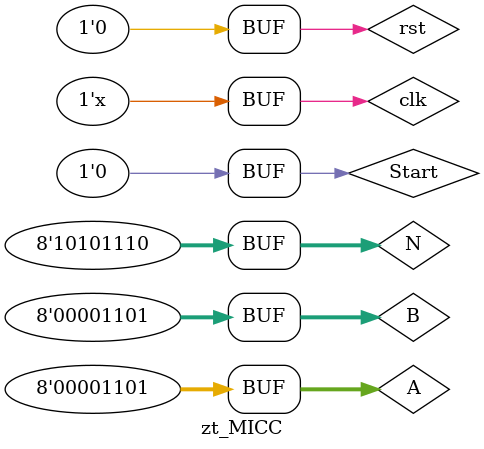
<source format=v>
`timescale 1ns/1ps
module zt_MICC();
wire [7:0] C;
wire Done;
reg [7:0] A = 13, B = 13, N = 174; 
reg Start = 0, clk = 0, rst = 1;
MICC M1(C, Done, A, B, N, Start, clk, rst);
always #100 clk = !clk;

initial begin
 #50 Start = 0;
 #150 rst = 0;
 #400 Start = 1;
 #1000 Start = 0;
end
endmodule
</source>
